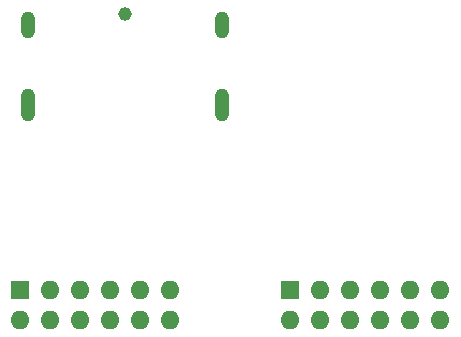
<source format=gbs>
G04 #@! TF.GenerationSoftware,KiCad,Pcbnew,8.0.0*
G04 #@! TF.CreationDate,2024-03-17T18:03:09+09:00*
G04 #@! TF.ProjectId,Pmod_DisplayPort,506d6f64-5f44-4697-9370-6c6179506f72,rev?*
G04 #@! TF.SameCoordinates,PXae6870PY2719c40*
G04 #@! TF.FileFunction,Soldermask,Bot*
G04 #@! TF.FilePolarity,Negative*
%FSLAX46Y46*%
G04 Gerber Fmt 4.6, Leading zero omitted, Abs format (unit mm)*
G04 Created by KiCad (PCBNEW 8.0.0) date 2024-03-17 18:03:09*
%MOMM*%
%LPD*%
G01*
G04 APERTURE LIST*
%ADD10O,1.200000X2.300000*%
%ADD11O,1.200000X2.800000*%
%ADD12C,1.150000*%
%ADD13R,1.600000X1.600000*%
%ADD14O,1.600000X1.600000*%
G04 APERTURE END LIST*
D10*
G04 #@! TO.C,CN1*
X-5750000Y28746667D03*
D11*
X-5750000Y21966667D03*
D10*
X10750000Y28746667D03*
D11*
X10750000Y21966667D03*
D12*
X2500000Y29646667D03*
G04 #@! TD*
D13*
G04 #@! TO.C,J1*
X-6350000Y6350000D03*
D14*
X-3810000Y6350000D03*
X-1270000Y6350000D03*
X1270000Y6350000D03*
X3810000Y6350000D03*
X6350000Y6350000D03*
X-6350000Y3810000D03*
X-3810000Y3810000D03*
X-1270000Y3810000D03*
X1270000Y3810000D03*
X3810000Y3810000D03*
X6350000Y3810000D03*
G04 #@! TD*
D13*
G04 #@! TO.C,J2*
X16510000Y6350000D03*
D14*
X19050000Y6350000D03*
X21590000Y6350000D03*
X24130000Y6350000D03*
X26670000Y6350000D03*
X29210000Y6350000D03*
X16510000Y3810000D03*
X19050000Y3810000D03*
X21590000Y3810000D03*
X24130000Y3810000D03*
X26670000Y3810000D03*
X29210000Y3810000D03*
G04 #@! TD*
M02*

</source>
